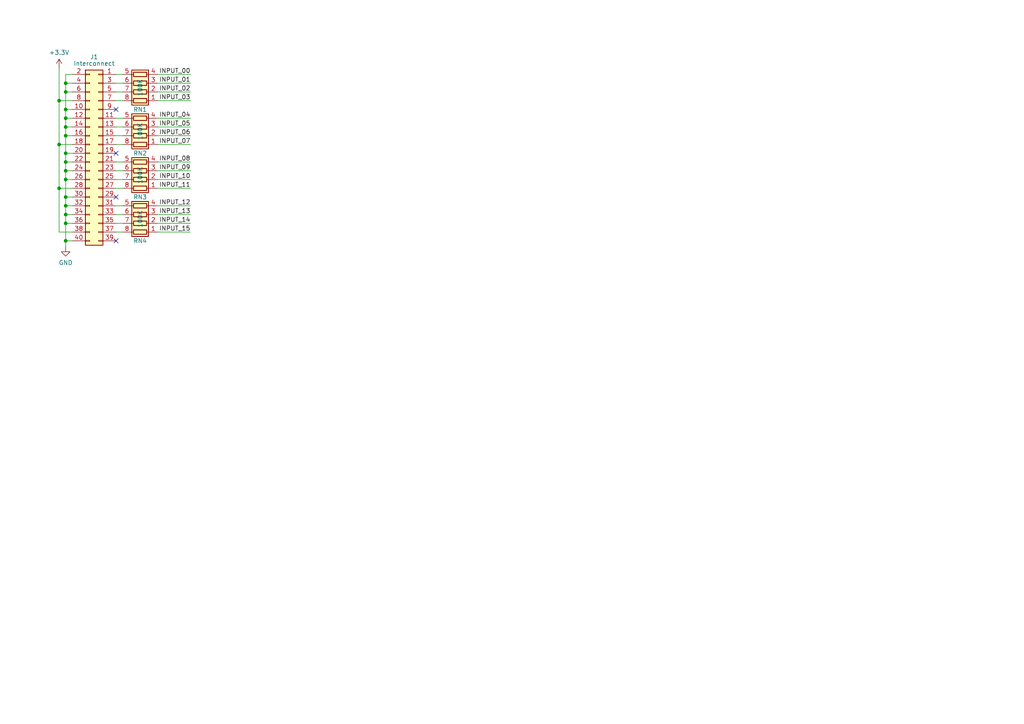
<source format=kicad_sch>
(kicad_sch (version 20231120) (generator "eeschema") (generator_version "8.0")
  (paper "A4")
  (lib_symbols
    (symbol "Connector_Generic:Conn_02x20_Odd_Even" (pin_names (offset 1.016) hide)
      (property "Reference" "J" (at 1.27 25.4 0))
      (property "Value" "Conn_02x20_Odd_Even" (at 1.27 -27.94 0))
      (symbol "Conn_02x20_Odd_Even_1_1"
        (rectangle (start -1.27 -25.273) (end 0 -25.527) (stroke (width 0.1524)))
        (rectangle (start -1.27 -22.733) (end 0 -22.987) (stroke (width 0.1524)))
        (rectangle (start -1.27 -20.193) (end 0 -20.447) (stroke (width 0.1524)))
        (rectangle (start -1.27 -17.653) (end 0 -17.907) (stroke (width 0.1524)))
        (rectangle (start -1.27 -15.113) (end 0 -15.367) (stroke (width 0.1524)))
        (rectangle (start -1.27 -12.573) (end 0 -12.827) (stroke (width 0.1524)))
        (rectangle (start -1.27 -10.033) (end 0 -10.287) (stroke (width 0.1524)))
        (rectangle (start -1.27 -7.493) (end 0 -7.747) (stroke (width 0.1524)))
        (rectangle (start -1.27 -4.953) (end 0 -5.207) (stroke (width 0.1524)))
        (rectangle (start -1.27 -2.413) (end 0 -2.667) (stroke (width 0.1524)))
        (rectangle (start -1.27 0.127) (end 0 -0.127) (stroke (width 0.1524)))
        (rectangle (start -1.27 2.667) (end 0 2.413) (stroke (width 0.1524)))
        (rectangle (start -1.27 5.207) (end 0 4.953) (stroke (width 0.1524)))
        (rectangle (start -1.27 7.747) (end 0 7.493) (stroke (width 0.1524)))
        (rectangle (start -1.27 10.287) (end 0 10.033) (stroke (width 0.1524)))
        (rectangle (start -1.27 12.827) (end 0 12.573) (stroke (width 0.1524)))
        (rectangle (start -1.27 15.367) (end 0 15.113) (stroke (width 0.1524)))
        (rectangle (start -1.27 17.907) (end 0 17.653) (stroke (width 0.1524)))
        (rectangle (start -1.27 20.447) (end 0 20.193) (stroke (width 0.1524)))
        (rectangle (start -1.27 22.987) (end 0 22.733) (stroke (width 0.1524)))
        (rectangle (start -1.27 24.13) (end 3.81 -26.67) (stroke (width 0.254)) (fill (type background)))
        (rectangle (start 3.81 -25.273) (end 2.54 -25.527) (stroke (width 0.1524)))
        (rectangle (start 3.81 -22.733) (end 2.54 -22.987) (stroke (width 0.1524)))
        (rectangle (start 3.81 -20.193) (end 2.54 -20.447) (stroke (width 0.1524)))
        (rectangle (start 3.81 -17.653) (end 2.54 -17.907) (stroke (width 0.1524)))
        (rectangle (start 3.81 -15.113) (end 2.54 -15.367) (stroke (width 0.1524)))
        (rectangle (start 3.81 -12.573) (end 2.54 -12.827) (stroke (width 0.1524)))
        (rectangle (start 3.81 -10.033) (end 2.54 -10.287) (stroke (width 0.1524)))
        (rectangle (start 3.81 -7.493) (end 2.54 -7.747) (stroke (width 0.1524)))
        (rectangle (start 3.81 -4.953) (end 2.54 -5.207) (stroke (width 0.1524)))
        (rectangle (start 3.81 -2.413) (end 2.54 -2.667) (stroke (width 0.1524)))
        (rectangle (start 3.81 0.127) (end 2.54 -0.127) (stroke (width 0.1524)))
        (rectangle (start 3.81 2.667) (end 2.54 2.413) (stroke (width 0.1524)))
        (rectangle (start 3.81 5.207) (end 2.54 4.953) (stroke (width 0.1524)))
        (rectangle (start 3.81 7.747) (end 2.54 7.493) (stroke (width 0.1524)))
        (rectangle (start 3.81 10.287) (end 2.54 10.033) (stroke (width 0.1524)))
        (rectangle (start 3.81 12.827) (end 2.54 12.573) (stroke (width 0.1524)))
        (rectangle (start 3.81 15.367) (end 2.54 15.113) (stroke (width 0.1524)))
        (rectangle (start 3.81 17.907) (end 2.54 17.653) (stroke (width 0.1524)))
        (rectangle (start 3.81 20.447) (end 2.54 20.193) (stroke (width 0.1524)))
        (rectangle (start 3.81 22.987) (end 2.54 22.733) (stroke (width 0.1524)))
        (pin passive line (at -5.08 22.86 0) (length 3.81) (name "Pin_1") (number "1"))
        (pin passive line (at 7.62 12.7 180) (length 3.81) (name "Pin_10") (number "10"))
        (pin passive line (at -5.08 10.16 0) (length 3.81) (name "Pin_11") (number "11"))
        (pin passive line (at 7.62 10.16 180) (length 3.81) (name "Pin_12") (number "12"))
        (pin passive line (at -5.08 7.62 0) (length 3.81) (name "Pin_13") (number "13"))
        (pin passive line (at 7.62 7.62 180) (length 3.81) (name "Pin_14") (number "14"))
        (pin passive line (at -5.08 5.08 0) (length 3.81) (name "Pin_15") (number "15"))
        (pin passive line (at 7.62 5.08 180) (length 3.81) (name "Pin_16") (number "16"))
        (pin passive line (at -5.08 2.54 0) (length 3.81) (name "Pin_17") (number "17"))
        (pin passive line (at 7.62 2.54 180) (length 3.81) (name "Pin_18") (number "18"))
        (pin passive line (at -5.08 0 0) (length 3.81) (name "Pin_19") (number "19"))
        (pin passive line (at 7.62 22.86 180) (length 3.81) (name "Pin_2") (number "2"))
        (pin passive line (at 7.62 0 180) (length 3.81) (name "Pin_20") (number "20"))
        (pin passive line (at -5.08 -2.54 0) (length 3.81) (name "Pin_21") (number "21"))
        (pin passive line (at 7.62 -2.54 180) (length 3.81) (name "Pin_22") (number "22"))
        (pin passive line (at -5.08 -5.08 0) (length 3.81) (name "Pin_23") (number "23"))
        (pin passive line (at 7.62 -5.08 180) (length 3.81) (name "Pin_24") (number "24"))
        (pin passive line (at -5.08 -7.62 0) (length 3.81) (name "Pin_25") (number "25"))
        (pin passive line (at 7.62 -7.62 180) (length 3.81) (name "Pin_26") (number "26"))
        (pin passive line (at -5.08 -10.16 0) (length 3.81) (name "Pin_27") (number "27"))
        (pin passive line (at 7.62 -10.16 180) (length 3.81) (name "Pin_28") (number "28"))
        (pin passive line (at -5.08 -12.7 0) (length 3.81) (name "Pin_29") (number "29"))
        (pin passive line (at -5.08 20.32 0) (length 3.81) (name "Pin_3") (number "3"))
        (pin passive line (at 7.62 -12.7 180) (length 3.81) (name "Pin_30") (number "30"))
        (pin passive line (at -5.08 -15.24 0) (length 3.81) (name "Pin_31") (number "31"))
        (pin passive line (at 7.62 -15.24 180) (length 3.81) (name "Pin_32") (number "32"))
        (pin passive line (at -5.08 -17.78 0) (length 3.81) (name "Pin_33") (number "33"))
        (pin passive line (at 7.62 -17.78 180) (length 3.81) (name "Pin_34") (number "34"))
        (pin passive line (at -5.08 -20.32 0) (length 3.81) (name "Pin_35") (number "35"))
        (pin passive line (at 7.62 -20.32 180) (length 3.81) (name "Pin_36") (number "36"))
        (pin passive line (at -5.08 -22.86 0) (length 3.81) (name "Pin_37") (number "37"))
        (pin passive line (at 7.62 -22.86 180) (length 3.81) (name "Pin_38") (number "38"))
        (pin passive line (at -5.08 -25.4 0) (length 3.81) (name "Pin_39") (number "39"))
        (pin passive line (at 7.62 20.32 180) (length 3.81) (name "Pin_4") (number "4"))
        (pin passive line (at 7.62 -25.4 180) (length 3.81) (name "Pin_40") (number "40"))
        (pin passive line (at -5.08 17.78 0) (length 3.81) (name "Pin_5") (number "5"))
        (pin passive line (at 7.62 17.78 180) (length 3.81) (name "Pin_6") (number "6"))
        (pin passive line (at -5.08 15.24 0) (length 3.81) (name "Pin_7") (number "7"))
        (pin passive line (at 7.62 15.24 180) (length 3.81) (name "Pin_8") (number "8"))
        (pin passive line (at -5.08 12.7 0) (length 3.81) (name "Pin_9") (number "9"))
      )
    )
    (symbol "Device:R_Pack04" (pin_names (offset 0) hide)
      (property "Reference" "RN" (at -7.62 0 90))
      (property "Value" "R_Pack04" (at 5.08 0 90))
      (symbol "R_Pack04_0_1"
        (rectangle (start -6.35 -2.413) (end 3.81 2.413) (stroke (width 0.254)) (fill (type background)))
        (rectangle (start -5.715 1.905) (end -4.445 -1.905) (stroke (width 0.254)))
        (rectangle (start -3.175 1.905) (end -1.905 -1.905) (stroke (width 0.254)))
        (rectangle (start -0.635 1.905) (end 0.635 -1.905) (stroke (width 0.254)))
        (polyline (pts (xy -5.08 -2.54) (xy -5.08 -1.905)))
        (polyline (pts (xy -5.08 1.905) (xy -5.08 2.54)))
        (polyline (pts (xy -2.54 -2.54) (xy -2.54 -1.905)))
        (polyline (pts (xy -2.54 1.905) (xy -2.54 2.54)))
        (polyline (pts (xy 0 -2.54) (xy 0 -1.905)))
        (polyline (pts (xy 0 1.905) (xy 0 2.54)))
        (polyline (pts (xy 2.54 -2.54) (xy 2.54 -1.905)))
        (polyline (pts (xy 2.54 1.905) (xy 2.54 2.54)))
        (rectangle (start 1.905 1.905) (end 3.175 -1.905) (stroke (width 0.254)))
      )
      (symbol "R_Pack04_1_1"
        (pin passive line (at -5.08 -5.08 90) (length 2.54) (name "R1.1") (number "1"))
        (pin passive line (at -2.54 -5.08 90) (length 2.54) (name "R2.1") (number "2"))
        (pin passive line (at 0 -5.08 90) (length 2.54) (name "R3.1") (number "3"))
        (pin passive line (at 2.54 -5.08 90) (length 2.54) (name "R4.1") (number "4"))
        (pin passive line (at 2.54 5.08 270) (length 2.54) (name "R4.2") (number "5"))
        (pin passive line (at 0 5.08 270) (length 2.54) (name "R3.2") (number "6"))
        (pin passive line (at -2.54 5.08 270) (length 2.54) (name "R2.2") (number "7"))
        (pin passive line (at -5.08 5.08 270) (length 2.54) (name "R1.2") (number "8"))
      )
    )
    (symbol "power:+3.3V" (power) (pin_numbers hide) (pin_names (offset 0) hide)
      (property "Value" "+3.3V" (at 0 3.556 0))
      (symbol "+3.3V_0_1"
        (polyline (pts (xy -0.762 1.27) (xy 0 2.54)))
        (polyline (pts (xy 0 0) (xy 0 2.54)))
        (polyline (pts (xy 0 2.54) (xy 0.762 1.27)))
      )
      (symbol "+3.3V_1_1"
        (pin power_in line (at 0 0 90) (length 0) (name "~") (number "1"))
      )
    )
    (symbol "power:GND" (power) (pin_numbers hide) (pin_names (offset 0) hide)
      (property "Value" "GND" (at 0 -3.81 0))
      (symbol "GND_0_1"
        (polyline (pts (xy 0 0) (xy 0 -1.27) (xy 1.27 -1.27) (xy 0 -2.54) (xy -1.27 -1.27) (xy 0 -1.27)))
      )
      (symbol "GND_1_1"
        (pin power_in line (at 0 0 270) (length 0) (name "~") (number "1"))
      )
    )
  )
  (junction (at 19.05 64.77))
  (junction (at 19.05 52.07))
  (junction (at 19.05 44.45))
  (junction (at 19.05 31.75))
  (junction (at 17.145 41.91))
  (junction (at 19.05 59.69))
  (junction (at 17.145 29.21))
  (junction (at 19.05 39.37))
  (junction (at 19.05 24.13))
  (junction (at 19.05 69.85))
  (junction (at 19.05 62.23))
  (junction (at 19.05 36.83))
  (junction (at 19.05 26.67))
  (junction (at 19.05 34.29))
  (junction (at 19.05 57.15))
  (junction (at 19.05 49.53))
  (junction (at 17.145 54.61))
  (junction (at 19.05 46.99))
  (no_connect (at 33.655 44.45))
  (no_connect (at 33.655 57.15))
  (no_connect (at 33.655 69.85))
  (no_connect (at 33.655 31.75))
  (wire (pts (xy 17.145 54.61) (xy 17.145 41.91)))
  (wire (pts (xy 35.56 52.07) (xy 33.655 52.07)))
  (wire (pts (xy 20.955 39.37) (xy 19.05 39.37)))
  (wire (pts (xy 55.245 67.31) (xy 45.72 67.31)))
  (wire (pts (xy 20.955 69.85) (xy 19.05 69.85)))
  (wire (pts (xy 19.05 59.69) (xy 19.05 62.23)))
  (wire (pts (xy 55.245 52.07) (xy 45.72 52.07)))
  (wire (pts (xy 35.56 39.37) (xy 33.655 39.37)))
  (wire (pts (xy 19.05 69.85) (xy 19.05 71.755)))
  (wire (pts (xy 20.955 34.29) (xy 19.05 34.29)))
  (wire (pts (xy 35.56 64.77) (xy 33.655 64.77)))
  (wire (pts (xy 55.245 39.37) (xy 45.72 39.37)))
  (wire (pts (xy 20.955 41.91) (xy 17.145 41.91)))
  (wire (pts (xy 19.05 26.67) (xy 19.05 31.75)))
  (wire (pts (xy 20.955 26.67) (xy 19.05 26.67)))
  (wire (pts (xy 55.245 26.67) (xy 45.72 26.67)))
  (wire (pts (xy 55.245 41.91) (xy 45.72 41.91)))
  (wire (pts (xy 17.145 67.31) (xy 17.145 54.61)))
  (wire (pts (xy 17.145 19.685) (xy 17.145 29.21)))
  (wire (pts (xy 20.955 31.75) (xy 19.05 31.75)))
  (wire (pts (xy 20.955 57.15) (xy 19.05 57.15)))
  (wire (pts (xy 20.955 67.31) (xy 17.145 67.31)))
  (wire (pts (xy 35.56 49.53) (xy 33.655 49.53)))
  (wire (pts (xy 55.245 21.59) (xy 45.72 21.59)))
  (wire (pts (xy 35.56 21.59) (xy 33.655 21.59)))
  (wire (pts (xy 19.05 24.13) (xy 19.05 26.67)))
  (wire (pts (xy 55.245 46.99) (xy 45.72 46.99)))
  (wire (pts (xy 35.56 24.13) (xy 33.655 24.13)))
  (wire (pts (xy 19.05 21.59) (xy 19.05 24.13)))
  (wire (pts (xy 35.56 36.83) (xy 33.655 36.83)))
  (wire (pts (xy 17.145 41.91) (xy 17.145 29.21)))
  (wire (pts (xy 19.05 49.53) (xy 19.05 52.07)))
  (wire (pts (xy 20.955 62.23) (xy 19.05 62.23)))
  (wire (pts (xy 19.05 44.45) (xy 19.05 46.99)))
  (wire (pts (xy 19.05 39.37) (xy 19.05 44.45)))
  (wire (pts (xy 20.955 59.69) (xy 19.05 59.69)))
  (wire (pts (xy 20.955 52.07) (xy 19.05 52.07)))
  (wire (pts (xy 35.56 54.61) (xy 33.655 54.61)))
  (wire (pts (xy 55.245 24.13) (xy 45.72 24.13)))
  (wire (pts (xy 55.245 62.23) (xy 45.72 62.23)))
  (wire (pts (xy 19.05 52.07) (xy 19.05 57.15)))
  (wire (pts (xy 20.955 44.45) (xy 19.05 44.45)))
  (wire (pts (xy 55.245 59.69) (xy 45.72 59.69)))
  (wire (pts (xy 19.05 62.23) (xy 19.05 64.77)))
  (wire (pts (xy 35.56 62.23) (xy 33.655 62.23)))
  (wire (pts (xy 35.56 46.99) (xy 33.655 46.99)))
  (wire (pts (xy 35.56 26.67) (xy 33.655 26.67)))
  (wire (pts (xy 55.245 34.29) (xy 45.72 34.29)))
  (wire (pts (xy 55.245 64.77) (xy 45.72 64.77)))
  (wire (pts (xy 20.955 24.13) (xy 19.05 24.13)))
  (wire (pts (xy 35.56 29.21) (xy 33.655 29.21)))
  (wire (pts (xy 35.56 41.91) (xy 33.655 41.91)))
  (wire (pts (xy 35.56 67.31) (xy 33.655 67.31)))
  (wire (pts (xy 19.05 64.77) (xy 19.05 69.85)))
  (wire (pts (xy 55.245 54.61) (xy 45.72 54.61)))
  (wire (pts (xy 55.245 36.83) (xy 45.72 36.83)))
  (wire (pts (xy 19.05 34.29) (xy 19.05 36.83)))
  (wire (pts (xy 20.955 46.99) (xy 19.05 46.99)))
  (wire (pts (xy 19.05 36.83) (xy 19.05 39.37)))
  (wire (pts (xy 19.05 46.99) (xy 19.05 49.53)))
  (wire (pts (xy 55.245 49.53) (xy 45.72 49.53)))
  (wire (pts (xy 17.145 29.21) (xy 20.955 29.21)))
  (wire (pts (xy 19.05 31.75) (xy 19.05 34.29)))
  (wire (pts (xy 20.955 36.83) (xy 19.05 36.83)))
  (wire (pts (xy 20.955 64.77) (xy 19.05 64.77)))
  (wire (pts (xy 55.245 29.21) (xy 45.72 29.21)))
  (wire (pts (xy 35.56 34.29) (xy 33.655 34.29)))
  (wire (pts (xy 20.955 49.53) (xy 19.05 49.53)))
  (wire (pts (xy 35.56 59.69) (xy 33.655 59.69)))
  (wire (pts (xy 20.955 54.61) (xy 17.145 54.61)))
  (wire (pts (xy 20.955 21.59) (xy 19.05 21.59)))
  (wire (pts (xy 19.05 57.15) (xy 19.05 59.69)))
  (label "INPUT_11" (at 55.245 54.61 180))
  (label "INPUT_15" (at 55.245 67.31 180))
  (label "INPUT_04" (at 55.245 34.29 180))
  (label "INPUT_09" (at 55.245 49.53 180))
  (label "INPUT_00" (at 55.245 21.59 180))
  (label "INPUT_08" (at 55.245 46.99 180))
  (label "INPUT_01" (at 55.245 24.13 180))
  (label "INPUT_07" (at 55.245 41.91 180))
  (label "INPUT_02" (at 55.245 26.67 180))
  (label "INPUT_14" (at 55.245 64.77 180))
  (label "INPUT_06" (at 55.245 39.37 180))
  (label "INPUT_05" (at 55.245 36.83 180))
  (label "INPUT_12" (at 55.245 59.69 180))
  (label "INPUT_13" (at 55.245 62.23 180))
  (label "INPUT_10" (at 55.245 52.07 180))
  (label "INPUT_03" (at 55.245 29.21 180))
  (symbol (lib_id "Connector_Generic:Conn_02x20_Odd_Even") (at 28.575 44.45 0) (mirror y) (unit 1)
    (property "Reference" "J1" (at 27.305 16.51 0))
    (property "Value" "Interconnect" (at 27.305 18.415 0))
    (property "Footprint" "Footprints:PinHeader_2x20_P1.27_Dual_Sided" (effects (hide yes)))
    (property "Description" "Generic connector, double row, 02x20, odd/even pin numbering scheme (row 1 odd numbers, row 2 even numbers), script generated (kicad-library-utils/schlib/autogen/connector/)" (effects (hide yes)))
  )
  (symbol (lib_id "Device:R_Pack04") (at 40.64 24.13 90) (unit 1)
    (property "Reference" "RN1" (at 40.64 31.75 90))
    (property "Value" "100K" (at 40.64 25.4 0))
    (property "Footprint" "Resistor_SMD:R_Array_Convex_4x0603" (effects (hide yes)))
    (property "Description" "4 resistor network, parallel topology" (effects (hide yes)))
  )
  (symbol (lib_id "power:+3.3V") (at 17.145 19.685 0) (mirror y) (unit 1)
    (property "Reference" "#PWR02" (effects (hide yes)))
    (property "Value" "+3.3V" (at 17.145 15.24 0))
    (property "Description" "Power symbol creates a global label with name \"+3.3V\"" (effects (hide yes)))
  )
  (symbol (lib_id "Device:R_Pack04") (at 40.64 36.83 90) (unit 1)
    (property "Reference" "RN2" (at 40.64 44.45 90))
    (property "Value" "100K" (at 40.64 38.1 0))
    (property "Footprint" "Resistor_SMD:R_Array_Convex_4x0603" (effects (hide yes)))
    (property "Description" "4 resistor network, parallel topology" (effects (hide yes)))
  )
  (symbol (lib_id "Device:R_Pack04") (at 40.64 49.53 90) (unit 1)
    (property "Reference" "RN3" (at 40.64 57.15 90))
    (property "Value" "100K" (at 40.64 50.8 0))
    (property "Footprint" "Resistor_SMD:R_Array_Convex_4x0603" (effects (hide yes)))
    (property "Description" "4 resistor network, parallel topology" (effects (hide yes)))
  )
  (symbol (lib_id "power:GND") (at 19.05 71.755 0) (mirror y) (unit 1)
    (property "Reference" "#PWR01" (effects (hide yes)))
    (property "Value" "GND" (at 19.05 76.2 0))
    (property "Description" "Power symbol creates a global label with name \"GND\" , ground" (effects (hide yes)))
  )
  (symbol (lib_id "Device:R_Pack04") (at 40.64 62.23 90) (unit 1)
    (property "Reference" "RN4" (at 40.64 69.85 90))
    (property "Value" "100K" (at 40.64 63.5 0))
    (property "Footprint" "Resistor_SMD:R_Array_Convex_4x0603" (effects (hide yes)))
    (property "Description" "4 resistor network, parallel topology" (effects (hide yes)))
  )
)
</source>
